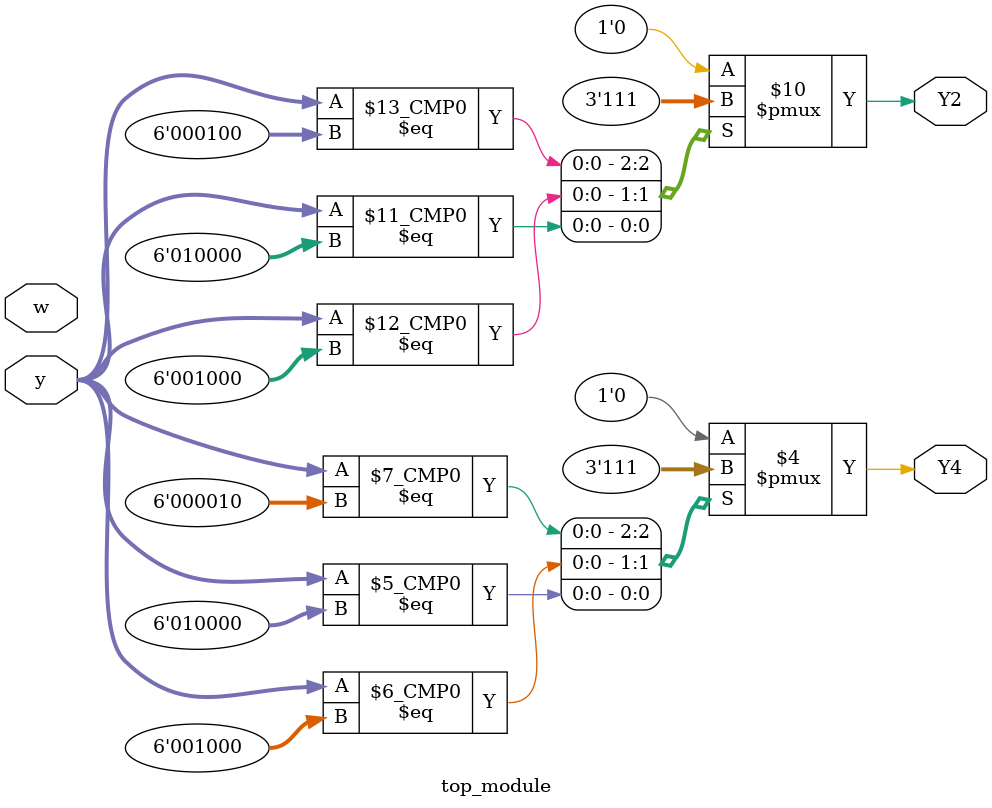
<source format=sv>
module top_module (
    input [6:1] y,
    input w,
    output reg Y2,
    output reg Y4
);

    always @(*) begin
        case(y)
            7'b000001: begin
                Y2 = 1'b0;
                Y4 = 1'b0;
            end
            7'b000010: begin
                Y2 = 1'b0;
                Y4 = 1'b1;
            end
            7'b000100: begin
                Y2 = 1'b1;
                Y4 = 1'b0;
            end
            7'b001000: begin
                Y2 = 1'b1;
                Y4 = 1'b1;
            end
            7'b010000: begin
                Y2 = 1'b1;
                Y4 = 1'b1;
            end
            7'b100000: begin
                Y2 = 1'b0;
                Y4 = 1'b0;
            end
            default: begin
                Y2 = 1'b0;
                Y4 = 1'b0;
            end
        endcase
    end
    
endmodule

</source>
